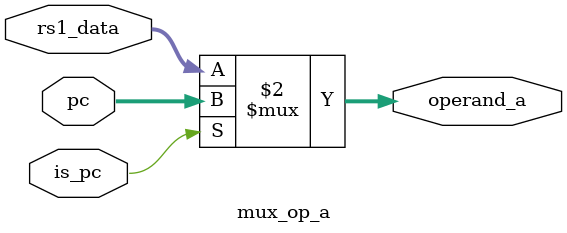
<source format=sv>
module mux_op_a(
  input logic [31:0] pc,
  input logic [31:0] rs1_data,
  input logic is_pc,
  output logic [31:0] operand_a
  );

  assign operand_a = (is_pc==1'b1)? pc : rs1_data;

endmodule
</source>
